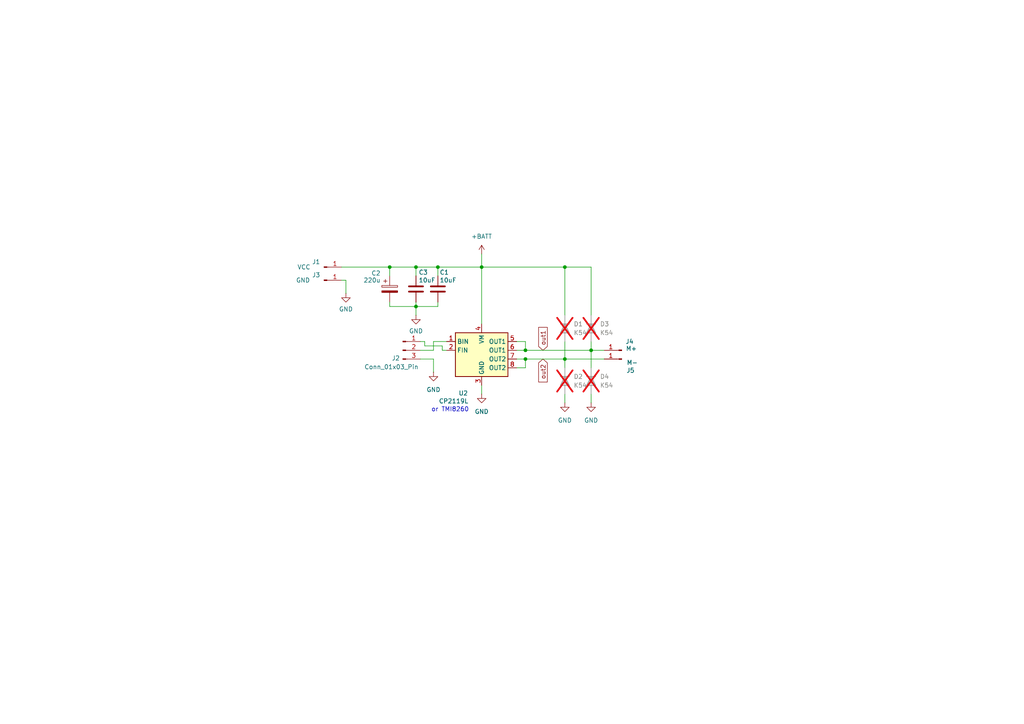
<source format=kicad_sch>
(kicad_sch (version 20250114) (generator "eeschema") (generator_version "9.0")
  (paper "A4")
  (lib_symbols
    (symbol "CP2119L_1"
      (property "Reference" "U2" (at -7.366 -9.652 0))
      (property "Value" "CP2119L" (at -9.652 -12.192 0))
      (symbol "CP2119L_1_0_1"
        (rectangle (start -7.62 5.08) (end 7.62 -7.62) (stroke (width 0.254)) (fill (type background)))
      )
      (symbol "CP2119L_1_1_0"
        (pin output line (at 10.16 0 180) (length 2.54) (name "OUT1") (number "6"))
        (pin output line (at 10.16 -2.54 180) (length 2.54) (name "OUT2") (number "7"))
        (pin output line (at 10.16 -5.08 180) (length 2.54) (name "OUT2") (number "8"))
      )
      (symbol "CP2119L_1_1_1"
        (pin input line (at -10.16 2.54 0) (length 2.54) (name "BIN") (number "1"))
        (pin input line (at -10.16 0 0) (length 2.54) (name "FIN") (number "2"))
        (pin power_in line (at 0 7.62 270) (length 2.54) (name "VM") (number "4"))
        (pin power_in line (at 0 -10.16 90) (length 2.54) (name "GND") (number "3"))
        (pin output line (at 10.16 2.54 180) (length 2.54) (name "OUT1") (number "5"))
      )
    )
    (symbol "Connector:Conn_01x01_Pin" (pin_names (offset 1.016) (hide yes))
      (property "Reference" "J" (at 0 2.54 0))
      (property "Value" "Conn_01x01_Pin" (at 0 -2.54 0))
      (symbol "Conn_01x01_Pin_1_1"
        (rectangle (start 0.8636 0.127) (end 0 -0.127) (stroke (width 0.1524)) (fill (type outline)))
        (polyline (pts (xy 1.27 0) (xy 0.8636 0)) (stroke (width 0.1524)))
        (pin passive line (at 5.08 0 180) (length 3.81) (name "Pin_1") (number "1"))
      )
    )
    (symbol "Connector:Conn_01x03_Pin" (pin_names (offset 1.016) (hide yes))
      (property "Reference" "J" (at 0 5.08 0))
      (property "Value" "Conn_01x03_Pin" (at 0 -5.08 0))
      (symbol "Conn_01x03_Pin_1_1"
        (rectangle (start 0.8636 2.667) (end 0 2.413) (stroke (width 0.1524)) (fill (type outline)))
        (rectangle (start 0.8636 0.127) (end 0 -0.127) (stroke (width 0.1524)) (fill (type outline)))
        (rectangle (start 0.8636 -2.413) (end 0 -2.667) (stroke (width 0.1524)) (fill (type outline)))
        (polyline (pts (xy 1.27 2.54) (xy 0.8636 2.54)) (stroke (width 0.1524)))
        (polyline (pts (xy 1.27 0) (xy 0.8636 0)) (stroke (width 0.1524)))
        (polyline (pts (xy 1.27 -2.54) (xy 0.8636 -2.54)) (stroke (width 0.1524)))
        (pin passive line (at 5.08 2.54 180) (length 3.81) (name "Pin_1") (number "1"))
        (pin passive line (at 5.08 0 180) (length 3.81) (name "Pin_2") (number "2"))
        (pin passive line (at 5.08 -2.54 180) (length 3.81) (name "Pin_3") (number "3"))
      )
    )
    (symbol "Device:C" (pin_numbers (hide yes)) (pin_names (offset 0.254))
      (property "Reference" "C" (at 0.635 2.54 0))
      (property "Value" "C" (at 0.635 -2.54 0))
      (symbol "C_0_1"
        (polyline (pts (xy -2.032 0.762) (xy 2.032 0.762)) (stroke (width 0.508)))
        (polyline (pts (xy -2.032 -0.762) (xy 2.032 -0.762)) (stroke (width 0.508)))
      )
      (symbol "C_1_1"
        (pin passive line (at 0 3.81 270) (length 2.794) (name "~") (number "1"))
        (pin passive line (at 0 -3.81 90) (length 2.794) (name "~") (number "2"))
      )
    )
    (symbol "Device:C_Polarized" (pin_numbers (hide yes)) (pin_names (offset 0.254))
      (property "Reference" "C" (at 0.635 2.54 0))
      (property "Value" "C_Polarized" (at 0.635 -2.54 0))
      (symbol "C_Polarized_0_1"
        (rectangle (start -2.286 0.508) (end 2.286 1.016))
        (polyline (pts (xy -1.778 2.286) (xy -0.762 2.286)))
        (polyline (pts (xy -1.27 2.794) (xy -1.27 1.778)))
        (rectangle (start 2.286 -0.508) (end -2.286 -1.016) (fill (type outline)))
      )
      (symbol "C_Polarized_1_1"
        (pin passive line (at 0 3.81 270) (length 2.794) (name "~") (number "1"))
        (pin passive line (at 0 -3.81 90) (length 2.794) (name "~") (number "2"))
      )
    )
    (symbol "Device:D" (pin_numbers (hide yes)) (pin_names (offset 1.016) (hide yes))
      (property "Reference" "D" (at 0 2.54 0))
      (property "Value" "D" (at 0 -2.54 0))
      (symbol "D_0_1"
        (polyline (pts (xy -1.27 1.27) (xy -1.27 -1.27)) (stroke (width 0.254)))
        (polyline (pts (xy 1.27 1.27) (xy 1.27 -1.27) (xy -1.27 0) (xy 1.27 1.27)) (stroke (width 0.254)))
        (polyline (pts (xy 1.27 0) (xy -1.27 0)))
      )
      (symbol "D_1_1"
        (pin passive line (at -3.81 0 0) (length 2.54) (name "K") (number "1"))
        (pin passive line (at 3.81 0 180) (length 2.54) (name "A") (number "2"))
      )
    )
    (symbol "power:+BATT" (power) (pin_numbers (hide yes)) (pin_names (offset 0) (hide yes))
      (property "Value" "+BATT" (at 0 3.556 0))
      (symbol "+BATT_0_1"
        (polyline (pts (xy -0.762 1.27) (xy 0 2.54)))
        (polyline (pts (xy 0 2.54) (xy 0.762 1.27)))
        (polyline (pts (xy 0 0) (xy 0 2.54)))
      )
      (symbol "+BATT_1_1"
        (pin power_in line (at 0 0 90) (length 0) (name "~") (number "1"))
      )
    )
    (symbol "power:GND" (power) (pin_numbers (hide yes)) (pin_names (offset 0) (hide yes))
      (property "Value" "GND" (at 0 -3.81 0))
      (symbol "GND_0_1"
        (polyline (pts (xy 0 0) (xy 0 -1.27) (xy 1.27 -1.27) (xy 0 -2.54) (xy -1.27 -1.27) (xy 0 -1.27)))
      )
      (symbol "GND_1_1"
        (pin power_in line (at 0 0 270) (length 0) (name "~") (number "1"))
      )
    )
  )
  (text "or TMI8260" (at 130.556 118.872 0) (effects (font (size 1.27 1.27))))
  (junction (at 120.65 77.47))
  (junction (at 139.7 77.47))
  (junction (at 171.45 101.6))
  (junction (at 113.03 77.47))
  (junction (at 120.65 88.9))
  (junction (at 163.83 104.14))
  (junction (at 163.83 77.47))
  (junction (at 127 77.47))
  (junction (at 152.4 104.14))
  (junction (at 152.4 101.6))
  (wire (pts (xy 99.06 81.28) (xy 100.33 81.28)))
  (wire (pts (xy 149.86 99.06) (xy 152.4 99.06)))
  (wire (pts (xy 163.83 77.47) (xy 163.83 91.44)))
  (wire (pts (xy 171.45 99.06) (xy 171.45 101.6)))
  (wire (pts (xy 163.83 114.3) (xy 163.83 116.84)))
  (wire (pts (xy 171.45 114.3) (xy 171.45 116.84)))
  (wire (pts (xy 127 77.47) (xy 139.7 77.47)))
  (wire (pts (xy 152.4 106.68) (xy 152.4 104.14)))
  (wire (pts (xy 121.92 104.14) (xy 125.73 104.14)))
  (wire (pts (xy 139.7 111.76) (xy 139.7 114.3)))
  (wire (pts (xy 128.27 100.33) (xy 128.27 101.6)))
  (wire (pts (xy 113.03 77.47) (xy 120.65 77.47)))
  (wire (pts (xy 171.45 101.6) (xy 175.26 101.6)))
  (wire (pts (xy 163.83 104.14) (xy 175.26 104.14)))
  (wire (pts (xy 120.65 88.9) (xy 113.03 88.9)))
  (wire (pts (xy 139.7 77.47) (xy 163.83 77.47)))
  (wire (pts (xy 149.86 104.14) (xy 152.4 104.14)))
  (wire (pts (xy 113.03 80.01) (xy 113.03 77.47)))
  (wire (pts (xy 123.19 99.06) (xy 121.92 99.06)))
  (wire (pts (xy 123.19 100.33) (xy 128.27 100.33)))
  (wire (pts (xy 120.65 77.47) (xy 127 77.47)))
  (wire (pts (xy 149.86 101.6) (xy 152.4 101.6)))
  (wire (pts (xy 128.27 101.6) (xy 129.54 101.6)))
  (wire (pts (xy 163.83 77.47) (xy 171.45 77.47)))
  (wire (pts (xy 120.65 88.9) (xy 127 88.9)))
  (wire (pts (xy 123.19 99.06) (xy 123.19 100.33)))
  (wire (pts (xy 139.7 73.66) (xy 139.7 77.47)))
  (wire (pts (xy 163.83 104.14) (xy 163.83 106.68)))
  (wire (pts (xy 125.73 99.06) (xy 125.73 101.6)))
  (wire (pts (xy 120.65 87.63) (xy 120.65 88.9)))
  (wire (pts (xy 149.86 106.68) (xy 152.4 106.68)))
  (wire (pts (xy 125.73 104.14) (xy 125.73 107.95)))
  (wire (pts (xy 125.73 99.06) (xy 129.54 99.06)))
  (wire (pts (xy 152.4 101.6) (xy 171.45 101.6)))
  (wire (pts (xy 120.65 77.47) (xy 120.65 80.01)))
  (wire (pts (xy 152.4 104.14) (xy 163.83 104.14)))
  (wire (pts (xy 163.83 99.06) (xy 163.83 104.14)))
  (wire (pts (xy 171.45 77.47) (xy 171.45 91.44)))
  (wire (pts (xy 127 88.9) (xy 127 87.63)))
  (wire (pts (xy 120.65 88.9) (xy 120.65 91.44)))
  (wire (pts (xy 113.03 88.9) (xy 113.03 87.63)))
  (wire (pts (xy 139.7 77.47) (xy 139.7 93.98)))
  (wire (pts (xy 100.33 81.28) (xy 100.33 85.09)))
  (wire (pts (xy 127 77.47) (xy 127 80.01)))
  (wire (pts (xy 152.4 101.6) (xy 152.4 99.06)))
  (wire (pts (xy 121.92 101.6) (xy 125.73 101.6)))
  (wire (pts (xy 99.06 77.47) (xy 113.03 77.47)))
  (wire (pts (xy 171.45 101.6) (xy 171.45 106.68)))
  (global_label "out1" (shape input) (at 157.48 101.6 90) (property "Intersheetrefs" "${INTERSHEET_REFS}" (effects (hide yes))))
  (global_label "out2" (shape input) (at 157.48 104.14 270) (property "Intersheetrefs" "${INTERSHEET_REFS}" (effects (hide yes))))
  (symbol (lib_id "Device:C") (at 127 83.82 0) (unit 1)
    (property "Reference" "C1" (at 127.508 78.994 0) (effects (justify left)))
    (property "Value" "10uF" (at 127.508 81.28 0) (effects (justify left)))
    (property "Footprint" "Capacitor_SMD:C_0603_1608Metric_Pad1.08x0.95mm_HandSolder" (effects (hide yes)))
    (property "Description" "Unpolarized capacitor" (effects (hide yes)))
  )
  (symbol (lib_id "Connector:Conn_01x01_Pin") (at 180.34 104.14 180) (unit 1)
    (property "Reference" "J5" (at 182.88 107.442 0))
    (property "Value" "M-" (at 183.388 105.156 0))
    (property "Footprint" "Mareks_footprints:Oval_tht_hand_solder_bigger" (effects (hide yes)))
    (property "Description" "Generic connector, single row, 01x01, script generated" (effects (hide yes)))
  )
  (symbol (lib_id "power:GND") (at 100.33 85.09 0) (unit 1)
    (property "Reference" "#PWR01" (effects (hide yes)))
    (property "Value" "GND" (at 100.33 89.662 0))
    (property "Description" "Power symbol creates a global label with name \"GND\" , ground" (effects (hide yes)))
  )
  (symbol (lib_name "CP2119L_1") (lib_id "Mareks_symbols:CP2119L") (at 139.7 101.6 0) (unit 1)
    (property "Reference" "U2" (at 134.366 114.046 0))
    (property "Value" "CP2119L" (at 131.572 116.332 0))
    (property "Footprint" "Package_SO:SOP-8_3.9x4.9mm_P1.27mm" (effects (hide yes)))
    (property "Datasheet" "https://lcsc.com/datasheet/lcsc_datasheet_2504101957_XBLW-CP2119LDTR-XBLW_C42395498.pdf" (effects (hide yes)))
    (property "Description" "Brushed DC Motor Driver, PWM Control, 18V, 5A" (effects (hide yes)))
  )
  (symbol (lib_id "Device:D") (at 171.45 95.25 270) (unit 1) (dnp yes)
    (property "Reference" "D3" (at 173.99 93.9799 90) (effects (justify left)))
    (property "Value" "K54" (at 173.99 96.5199 90) (effects (justify left)))
    (property "Footprint" "Diode_SMD:D_SOD-123F" (effects (hide yes)))
    (property "Datasheet" "https://lcsc.com/datasheet/lcsc_datasheet_2412061650_GOODWORK-K54_C22439057.pdf" (effects (hide yes)))
    (property "Description" "Diode" (effects (hide yes)))
    (property "Sim.Device" "D" (effects (hide yes)))
    (property "Sim.Pins" "1=K 2=A" (effects (hide yes)))
  )
  (symbol (lib_id "power:GND") (at 171.45 116.84 0) (unit 1)
    (property "Reference" "#PWR06" (effects (hide yes)))
    (property "Value" "GND" (at 171.45 121.92 0))
    (property "Description" "Power symbol creates a global label with name \"GND\" , ground" (effects (hide yes)))
  )
  (symbol (lib_id "power:+BATT") (at 139.7 73.66 0) (unit 1)
    (property "Reference" "#PWR07" (effects (hide yes)))
    (property "Value" "+BATT" (at 139.7 68.58 0))
    (property "Description" "Power symbol creates a global label with name \"+BATT\"" (effects (hide yes)))
  )
  (symbol (lib_id "power:GND") (at 120.65 91.44 0) (unit 1)
    (property "Reference" "#PWR03" (effects (hide yes)))
    (property "Value" "GND" (at 120.65 96.012 0))
    (property "Description" "Power symbol creates a global label with name \"GND\" , ground" (effects (hide yes)))
  )
  (symbol (lib_id "Connector:Conn_01x01_Pin") (at 93.98 81.28 0) (unit 1)
    (property "Reference" "J3" (at 91.694 79.756 0))
    (property "Value" "GND" (at 87.884 81.28 0))
    (property "Footprint" "Mareks_footprints:Oval_tht_hand_solder_bigger" (effects (hide yes)))
    (property "Description" "Generic connector, single row, 01x01, script generated" (effects (hide yes)))
  )
  (symbol (lib_id "Device:C") (at 120.65 83.82 0) (unit 1)
    (property "Reference" "C3" (at 121.412 78.994 0) (effects (justify left)))
    (property "Value" "10uF" (at 121.412 81.28 0) (effects (justify left)))
    (property "Footprint" "Capacitor_SMD:C_0603_1608Metric_Pad1.08x0.95mm_HandSolder" (effects (hide yes)))
    (property "Description" "Unpolarized capacitor" (effects (hide yes)))
  )
  (symbol (lib_id "Device:D") (at 171.45 110.49 270) (unit 1) (dnp yes)
    (property "Reference" "D4" (at 173.99 109.2199 90) (effects (justify left)))
    (property "Value" "K54" (at 173.99 111.7599 90) (effects (justify left)))
    (property "Footprint" "Diode_SMD:D_SOD-123F" (effects (hide yes)))
    (property "Datasheet" "https://lcsc.com/datasheet/lcsc_datasheet_2412061650_GOODWORK-K54_C22439057.pdf" (effects (hide yes)))
    (property "Description" "Diode" (effects (hide yes)))
    (property "Sim.Device" "D" (effects (hide yes)))
    (property "Sim.Pins" "1=K 2=A" (effects (hide yes)))
  )
  (symbol (lib_id "power:GND") (at 125.73 107.95 0) (unit 1)
    (property "Reference" "#PWR02" (effects (hide yes)))
    (property "Value" "GND" (at 125.73 113.03 0))
    (property "Description" "Power symbol creates a global label with name \"GND\" , ground" (effects (hide yes)))
  )
  (symbol (lib_id "Device:D") (at 163.83 95.25 270) (unit 1) (dnp yes)
    (property "Reference" "D1" (at 166.37 93.9799 90) (effects (justify left)))
    (property "Value" "K54" (at 166.37 96.5199 90) (effects (justify left)))
    (property "Footprint" "Diode_SMD:D_SOD-123F" (effects (hide yes)))
    (property "Datasheet" "https://lcsc.com/datasheet/lcsc_datasheet_2412061650_GOODWORK-K54_C22439057.pdf" (effects (hide yes)))
    (property "Description" "Diode" (effects (hide yes)))
    (property "Sim.Device" "D" (effects (hide yes)))
    (property "Sim.Pins" "1=K 2=A" (effects (hide yes)))
  )
  (symbol (lib_id "Device:D") (at 163.83 110.49 270) (unit 1) (dnp yes)
    (property "Reference" "D2" (at 166.37 109.2199 90) (effects (justify left)))
    (property "Value" "K54" (at 166.37 111.7599 90) (effects (justify left)))
    (property "Footprint" "Diode_SMD:D_SOD-123F" (effects (hide yes)))
    (property "Datasheet" "https://lcsc.com/datasheet/lcsc_datasheet_2412061650_GOODWORK-K54_C22439057.pdf" (effects (hide yes)))
    (property "Description" "Diode" (effects (hide yes)))
    (property "Sim.Device" "D" (effects (hide yes)))
    (property "Sim.Pins" "1=K 2=A" (effects (hide yes)))
  )
  (symbol (lib_id "Connector:Conn_01x01_Pin") (at 180.34 101.6 180) (unit 1)
    (property "Reference" "J4" (at 182.626 99.06 0))
    (property "Value" "M+" (at 183.134 101.092 0))
    (property "Footprint" "Mareks_footprints:Oval_tht_hand_solder_bigger" (effects (hide yes)))
    (property "Description" "Generic connector, single row, 01x01, script generated" (effects (hide yes)))
  )
  (symbol (lib_id "Device:C_Polarized") (at 113.03 83.82 0) (unit 1)
    (property "Reference" "C2" (at 107.696 79.248 0) (effects (justify left)))
    (property "Value" "220u" (at 105.41 81.28 0) (effects (justify left)))
    (property "Footprint" "Capacitor_SMD:CP_Elec_6.3x7.7" (effects (hide yes)))
    (property "Description" "Polarized capacitor" (effects (hide yes)))
  )
  (symbol (lib_id "power:GND") (at 139.7 114.3 0) (unit 1)
    (property "Reference" "#PWR04" (effects (hide yes)))
    (property "Value" "GND" (at 139.7 119.38 0))
    (property "Description" "Power symbol creates a global label with name \"GND\" , ground" (effects (hide yes)))
  )
  (symbol (lib_id "power:GND") (at 163.83 116.84 0) (unit 1)
    (property "Reference" "#PWR05" (effects (hide yes)))
    (property "Value" "GND" (at 163.83 121.92 0))
    (property "Description" "Power symbol creates a global label with name \"GND\" , ground" (effects (hide yes)))
  )
  (symbol (lib_id "Connector:Conn_01x01_Pin") (at 93.98 77.47 0) (unit 1)
    (property "Reference" "J1" (at 91.694 75.946 0))
    (property "Value" "VCC" (at 88.138 77.47 0))
    (property "Footprint" "Mareks_footprints:Oval_tht_hand_solder_bigger" (effects (hide yes)))
    (property "Description" "Generic connector, single row, 01x01, script generated" (effects (hide yes)))
  )
  (symbol (lib_id "Connector:Conn_01x03_Pin") (at 116.84 101.6 0) (unit 1)
    (property "Reference" "J2" (at 114.808 103.886 0))
    (property "Value" "Conn_01x03_Pin" (at 113.538 106.426 0))
    (property "Footprint" "Connector_PinHeader_2.54mm:PinHeader_1x03_P2.54mm_Vertical" (effects (hide yes)))
    (property "Description" "Generic connector, single row, 01x03, script generated" (effects (hide yes)))
  )
)
</source>
